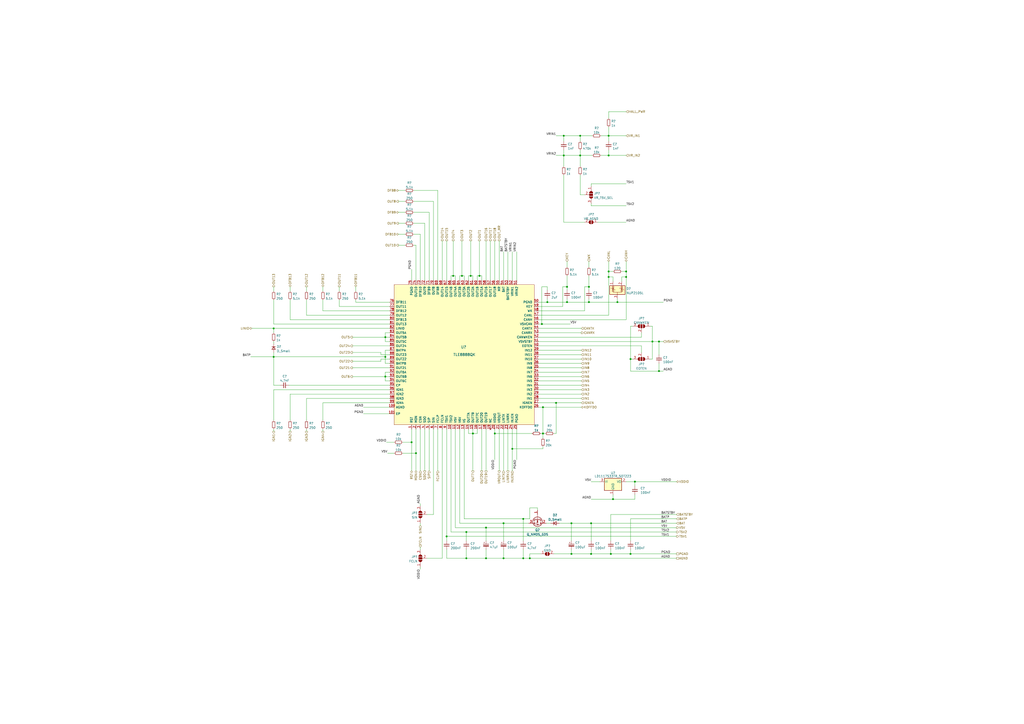
<source format=kicad_sch>
(kicad_sch (version 20211123) (generator eeschema)
  (paper "A2")
  (lib_symbols
    (symbol "Device:C_Polarized_Small" (pin_numbers hide) (pin_names (offset 0.254) hide)
      (property "Reference" "C" (at 0.254 1.778 0))
      (property "Value" "C_Polarized_Small" (at 0.254 -2.032 0))
      (symbol "C_Polarized_Small_0_1"
        (rectangle (start -1.524 -0.3048) (end 1.524 -0.6858) (fill (type outline)))
        (rectangle (start -1.524 0.6858) (end 1.524 0.3048))
        (polyline (pts (xy -1.27 1.524) (xy -0.762 1.524)))
        (polyline (pts (xy -1.016 1.27) (xy -1.016 1.778)))
      )
      (symbol "C_Polarized_Small_1_1"
        (pin passive line (at 0 2.54 270) (length 1.8542) (name "~") (number "1"))
        (pin passive line (at 0 -2.54 90) (length 1.8542) (name "~") (number "2"))
      )
    )
    (symbol "Device:C_Small" (pin_numbers hide) (pin_names (offset 0.254) hide)
      (property "Reference" "C" (at 0.254 1.778 0))
      (property "Value" "C_Small" (at 0.254 -2.032 0))
      (symbol "C_Small_0_1"
        (polyline (pts (xy -1.524 -0.508) (xy 1.524 -0.508)) (stroke (width 0.3302)))
        (polyline (pts (xy -1.524 0.508) (xy 1.524 0.508)) (stroke (width 0.3048)))
      )
      (symbol "C_Small_1_1"
        (pin passive line (at 0 2.54 270) (length 2.032) (name "~") (number "1"))
        (pin passive line (at 0 -2.54 90) (length 2.032) (name "~") (number "2"))
      )
    )
    (symbol "Device:D_Small" (pin_numbers hide) (pin_names (offset 0.254) hide)
      (property "Reference" "D" (at -1.27 2.032 0))
      (property "Value" "D_Small" (at -3.81 -2.032 0))
      (symbol "D_Small_0_1"
        (polyline (pts (xy -0.762 -1.016) (xy -0.762 1.016)) (stroke (width 0.254)))
        (polyline (pts (xy -0.762 0) (xy 0.762 0)))
        (polyline (pts (xy 0.762 -1.016) (xy -0.762 0) (xy 0.762 1.016) (xy 0.762 -1.016)) (stroke (width 0.254)))
      )
      (symbol "D_Small_1_1"
        (pin passive line (at -2.54 0 0) (length 1.778) (name "K") (number "1"))
        (pin passive line (at 2.54 0 180) (length 1.778) (name "A") (number "2"))
      )
    )
    (symbol "Device:Q_NMOS_GDS" (pin_names (offset 0) hide)
      (property "Reference" "Q" (at 5.08 1.27 0))
      (property "Value" "Q_NMOS_GDS" (at 5.08 -1.27 0))
      (symbol "Q_NMOS_GDS_0_1"
        (polyline (pts (xy 0.254 0) (xy -2.54 0)))
        (polyline (pts (xy 0.254 1.905) (xy 0.254 -1.905)) (stroke (width 0.254)))
        (polyline (pts (xy 0.762 -1.27) (xy 0.762 -2.286)) (stroke (width 0.254)))
        (polyline (pts (xy 0.762 0.508) (xy 0.762 -0.508)) (stroke (width 0.254)))
        (polyline (pts (xy 0.762 2.286) (xy 0.762 1.27)) (stroke (width 0.254)))
        (polyline (pts (xy 2.54 2.54) (xy 2.54 1.778)))
        (polyline (pts (xy 2.54 -2.54) (xy 2.54 0) (xy 0.762 0)))
        (polyline (pts (xy 0.762 -1.778) (xy 3.302 -1.778) (xy 3.302 1.778) (xy 0.762 1.778)))
        (polyline (pts (xy 1.016 0) (xy 2.032 0.381) (xy 2.032 -0.381) (xy 1.016 0)) (fill (type outline)))
        (polyline (pts (xy 2.794 0.508) (xy 2.921 0.381) (xy 3.683 0.381) (xy 3.81 0.254)))
        (polyline (pts (xy 3.302 0.381) (xy 2.921 -0.254) (xy 3.683 -0.254) (xy 3.302 0.381)))
        (circle (center 1.651 0) (radius 2.794) (stroke (width 0.254)))
        (circle (center 2.54 -1.778) (radius 0.254) (fill (type outline)))
        (circle (center 2.54 1.778) (radius 0.254) (fill (type outline)))
      )
      (symbol "Q_NMOS_GDS_1_1"
        (pin input line (at -5.08 0 0) (length 2.54) (name "G") (number "1"))
        (pin passive line (at 2.54 5.08 270) (length 2.54) (name "D") (number "2"))
        (pin passive line (at 2.54 -5.08 90) (length 2.54) (name "S") (number "3"))
      )
    )
    (symbol "Device:R_Small" (pin_numbers hide) (pin_names (offset 0.254) hide)
      (property "Reference" "R" (at 0.762 0.508 0))
      (property "Value" "R_Small" (at 0.762 -1.016 0))
      (symbol "R_Small_0_1"
        (rectangle (start -0.762 1.778) (end 0.762 -1.778) (stroke (width 0.2032)))
      )
      (symbol "R_Small_1_1"
        (pin passive line (at 0 2.54 270) (length 0.762) (name "~") (number "1"))
        (pin passive line (at 0 -2.54 90) (length 0.762) (name "~") (number "2"))
      )
    )
    (symbol "Jumper:SolderJumper_2_Open" (pin_names (offset 0) hide)
      (property "Reference" "JP" (at 0 2.032 0))
      (property "Value" "SolderJumper_2_Open" (at 0 -2.54 0))
      (symbol "SolderJumper_2_Open_0_1"
        (arc (start -0.254 1.016) (mid -1.27 0) (end -0.254 -1.016))
        (arc (start -0.254 1.016) (mid -1.27 0) (end -0.254 -1.016) (fill (type outline)))
        (polyline (pts (xy -0.254 1.016) (xy -0.254 -1.016)))
        (polyline (pts (xy 0.254 1.016) (xy 0.254 -1.016)))
        (arc (start 0.254 -1.016) (mid 1.27 0) (end 0.254 1.016))
        (arc (start 0.254 -1.016) (mid 1.27 0) (end 0.254 1.016) (fill (type outline)))
      )
      (symbol "SolderJumper_2_Open_1_1"
        (pin passive line (at -3.81 0 0) (length 2.54) (name "A") (number "1"))
        (pin passive line (at 3.81 0 180) (length 2.54) (name "B") (number "2"))
      )
    )
    (symbol "Jumper:SolderJumper_3_Open" (pin_names (offset 0) hide)
      (property "Reference" "JP" (at -2.54 -2.54 0))
      (property "Value" "SolderJumper_3_Open" (at 0 2.794 0))
      (symbol "SolderJumper_3_Open_0_1"
        (arc (start -1.016 1.016) (mid -2.032 0) (end -1.016 -1.016))
        (arc (start -1.016 1.016) (mid -2.032 0) (end -1.016 -1.016) (fill (type outline)))
        (rectangle (start -0.508 1.016) (end 0.508 -1.016) (fill (type outline)))
        (polyline (pts (xy -2.54 0) (xy -2.032 0)))
        (polyline (pts (xy -1.016 1.016) (xy -1.016 -1.016)))
        (polyline (pts (xy 0 -1.27) (xy 0 -1.016)))
        (polyline (pts (xy 1.016 1.016) (xy 1.016 -1.016)))
        (polyline (pts (xy 2.54 0) (xy 2.032 0)))
        (arc (start 1.016 -1.016) (mid 2.032 0) (end 1.016 1.016))
        (arc (start 1.016 -1.016) (mid 2.032 0) (end 1.016 1.016) (fill (type outline)))
      )
      (symbol "SolderJumper_3_Open_1_1"
        (pin passive line (at -5.08 0 0) (length 2.54) (name "A") (number "1"))
        (pin passive line (at 0 -3.81 90) (length 2.54) (name "C") (number "2"))
        (pin passive line (at 5.08 0 180) (length 2.54) (name "B") (number "3"))
      )
    )
    (symbol "Power_Protection:NUP2105L" (pin_names hide)
      (property "Reference" "D" (at 5.715 2.54 0))
      (property "Value" "NUP2105L" (at 5.715 0.635 0))
      (symbol "NUP2105L_0_0"
        (pin passive line (at 0 -5.08 90) (length 2.54) (name "A") (number "3"))
      )
      (symbol "NUP2105L_0_1"
        (rectangle (start -4.445 2.54) (end 4.445 -2.54) (stroke (width 0.254)) (fill (type background)))
        (polyline (pts (xy -2.54 2.54) (xy -2.54 0.635)))
        (polyline (pts (xy 0 -1.27) (xy 0 -2.54)))
        (polyline (pts (xy 2.54 2.54) (xy 2.54 0.635)))
        (polyline (pts (xy -3.81 1.27) (xy -3.175 0.635) (xy -1.905 0.635) (xy -1.27 0)))
        (polyline (pts (xy -2.54 0.635) (xy -2.54 -1.27) (xy 2.54 -1.27) (xy 2.54 0.635)))
        (polyline (pts (xy -2.54 0.635) (xy -1.905 -0.635) (xy -3.175 -0.635) (xy -2.54 0.635)))
        (polyline (pts (xy 2.54 0.635) (xy 1.905 -0.635) (xy 3.175 -0.635) (xy 2.54 0.635)))
        (polyline (pts (xy 2.54 0.635) (xy 3.175 1.905) (xy 1.905 1.905) (xy 2.54 0.635)))
        (polyline (pts (xy -2.54 0.635) (xy -3.175 1.905) (xy -1.905 1.905) (xy -2.54 0.635) (xy -2.54 1.27)))
        (polyline (pts (xy 1.27 1.27) (xy 1.905 0.635) (xy 2.54 0.635) (xy 3.175 0.635) (xy 3.81 0)))
      )
      (symbol "NUP2105L_1_1"
        (pin passive line (at -2.54 5.08 270) (length 2.54) (name "K") (number "1"))
        (pin passive line (at 2.54 5.08 270) (length 2.54) (name "K") (number "2"))
      )
    )
    (symbol "Regulator_Linear:LD1117S33TR_SOT223" (pin_names (offset 0.254))
      (property "Reference" "U" (at -3.81 3.175 0))
      (property "Value" "LD1117S33TR_SOT223" (at 0 3.175 0))
      (symbol "LD1117S33TR_SOT223_0_1"
        (rectangle (start -5.08 -5.08) (end 5.08 1.905) (stroke (width 0.254)) (fill (type background)))
      )
      (symbol "LD1117S33TR_SOT223_1_1"
        (pin power_in line (at 0 -7.62 90) (length 2.54) (name "GND") (number "1"))
        (pin power_out line (at 7.62 0 180) (length 2.54) (name "VO") (number "2"))
        (pin power_in line (at -7.62 0 0) (length 2.54) (name "VI") (number "3"))
      )
    )
    (symbol "tle8888:TLE8888QK" (pin_names (offset 1.016))
      (property "Reference" "U" (at 0 2.54 0))
      (property "Value" "TLE8888QK" (at 0 -2.54 0))
      (symbol "TLE8888QK_0_1"
        (rectangle (start -40.64 40.64) (end 40.64 -40.64) (fill (type background)))
      )
      (symbol "TLE8888QK_1_1"
        (pin bidirectional line (at -30.48 -43.18 90) (length 2.54) (name "RST") (number "1"))
        (pin power_out line (at -7.62 -43.18 90) (length 2.54) (name "T5V2") (number "10"))
        (pin power_in line (at -43.18 -30.48 0) (length 2.54) (name "AGND") (number "100"))
        (pin power_in line (at -43.18 -34.29 0) (length 2.54) (name "EP") (number "101"))
        (pin power_out line (at -5.08 -43.18 90) (length 2.54) (name "V5V") (number "11"))
        (pin power_in line (at -2.54 -43.18 90) (length 2.54) (name "V6V") (number "12"))
        (pin output line (at 0 -43.18 90) (length 2.54) (name "VG") (number "13"))
        (pin output line (at 2.54 -43.18 90) (length 2.54) (name "OUT7A") (number "14"))
        (pin output line (at 5.08 -43.18 90) (length 2.54) (name "OUT7B") (number "15"))
        (pin output line (at 7.62 -43.18 90) (length 2.54) (name "OUT7C") (number "16"))
        (pin output line (at 10.16 -43.18 90) (length 2.54) (name "OUT20") (number "17"))
        (pin output line (at 12.7 -43.18 90) (length 2.54) (name "OUT19") (number "18"))
        (pin no_connect line (at 15.24 -43.18 90) (length 2.54) (name "NC") (number "19"))
        (pin bidirectional line (at -27.94 -43.18 90) (length 2.54) (name "MON") (number "2"))
        (pin power_in line (at 17.78 -43.18 90) (length 2.54) (name "VDDIO") (number "20"))
        (pin output line (at 20.32 -43.18 90) (length 2.54) (name "VROUT") (number "21"))
        (pin input line (at 22.86 -43.18 90) (length 2.54) (name "LINTX") (number "22"))
        (pin output line (at 25.4 -43.18 90) (length 2.54) (name "LINRX") (number "23"))
        (pin input line (at 27.94 -43.18 90) (length 2.54) (name "INJEN") (number "24"))
        (pin power_in line (at 30.48 -43.18 90) (length 2.54) (name "PGND") (number "25"))
        (pin output line (at 43.18 -30.48 180) (length 2.54) (name "KOFFDO") (number "26"))
        (pin input line (at 43.18 -27.94 180) (length 2.54) (name "IGNEN") (number "27"))
        (pin input line (at 43.18 -25.4 180) (length 2.54) (name "IN1") (number "28"))
        (pin input line (at 43.18 -22.86 180) (length 2.54) (name "IN2") (number "29"))
        (pin input line (at -25.4 -43.18 90) (length 2.54) (name "CSN") (number "3"))
        (pin input line (at 43.18 -20.32 180) (length 2.54) (name "IN3") (number "30"))
        (pin input line (at 43.18 -17.78 180) (length 2.54) (name "IN4") (number "31"))
        (pin input line (at 43.18 -15.24 180) (length 2.54) (name "IN5") (number "32"))
        (pin input line (at 43.18 -12.7 180) (length 2.54) (name "IN6") (number "33"))
        (pin input line (at 43.18 -10.16 180) (length 2.54) (name "IN7") (number "34"))
        (pin input line (at 43.18 -7.62 180) (length 2.54) (name "IN8") (number "35"))
        (pin input line (at 43.18 -5.08 180) (length 2.54) (name "IN9") (number "36"))
        (pin input line (at 43.18 -2.54 180) (length 2.54) (name "IN10") (number "37"))
        (pin input line (at 43.18 0 180) (length 2.54) (name "IN11") (number "38"))
        (pin input line (at 43.18 2.54 180) (length 2.54) (name "IN12") (number "39"))
        (pin output line (at -22.86 -43.18 90) (length 2.54) (name "SDO") (number "4"))
        (pin input line (at 43.18 5.08 180) (length 2.54) (name "EOTEN") (number "40"))
        (pin power_out line (at 43.18 7.62 180) (length 2.54) (name "V5VSTBY") (number "41"))
        (pin input line (at 43.18 10.16 180) (length 2.54) (name "CANWKEN") (number "42"))
        (pin output line (at 43.18 12.7 180) (length 2.54) (name "CANRX") (number "43"))
        (pin input line (at 43.18 15.24 180) (length 2.54) (name "CANTX") (number "44"))
        (pin power_in line (at 43.18 17.78 180) (length 2.54) (name "V5VCAN") (number "45"))
        (pin bidirectional line (at 43.18 20.32 180) (length 2.54) (name "CANH") (number "46"))
        (pin bidirectional line (at 43.18 22.86 180) (length 2.54) (name "CANL") (number "47"))
        (pin input line (at 43.18 25.4 180) (length 2.54) (name "WK") (number "48"))
        (pin input line (at 43.18 27.94 180) (length 2.54) (name "KEY") (number "49"))
        (pin input line (at -20.32 -43.18 90) (length 2.54) (name "SIP") (number "5"))
        (pin power_in line (at 43.18 30.48 180) (length 2.54) (name "PGND") (number "50"))
        (pin input line (at 30.48 43.18 270) (length 2.54) (name "VRIN2") (number "51"))
        (pin input line (at 27.94 43.18 270) (length 2.54) (name "VRIN1") (number "52"))
        (pin power_in line (at 25.4 43.18 270) (length 2.54) (name "BATSTBY") (number "53"))
        (pin power_in line (at 22.86 43.18 270) (length 2.54) (name "BAT") (number "54"))
        (pin output line (at 20.32 43.18 270) (length 2.54) (name "MR") (number "55"))
        (pin output line (at 17.78 43.18 270) (length 2.54) (name "OUT18") (number "56"))
        (pin output line (at 15.24 43.18 270) (length 2.54) (name "OUT17") (number "57"))
        (pin output line (at 12.7 43.18 270) (length 2.54) (name "OUT16") (number "58"))
        (pin output line (at 10.16 43.18 270) (length 2.54) (name "OUT1A") (number "59"))
        (pin input line (at -17.78 -43.18 90) (length 2.54) (name "SIN") (number "6"))
        (pin output line (at 7.62 43.18 270) (length 2.54) (name "OUT1B") (number "60"))
        (pin output line (at 5.08 43.18 270) (length 2.54) (name "OUT2A") (number "61"))
        (pin output line (at 2.54 43.18 270) (length 2.54) (name "OUT2B") (number "62"))
        (pin output line (at 0 43.18 270) (length 2.54) (name "OUT3A") (number "63"))
        (pin output line (at -2.54 43.18 270) (length 2.54) (name "OUT3B") (number "64"))
        (pin output line (at -5.08 43.18 270) (length 2.54) (name "OUT4A") (number "65"))
        (pin output line (at -7.62 43.18 270) (length 2.54) (name "OUT4B") (number "66"))
        (pin output line (at -10.16 43.18 270) (length 2.54) (name "OUT15") (number "67"))
        (pin output line (at -12.7 43.18 270) (length 2.54) (name "OUT14") (number "68"))
        (pin input line (at -15.24 43.18 270) (length 2.54) (name "DFB8") (number "69"))
        (pin input line (at -15.24 -43.18 90) (length 2.54) (name "FCLP") (number "7"))
        (pin output line (at -17.78 43.18 270) (length 2.54) (name "OUT8") (number "70"))
        (pin input line (at -20.32 43.18 270) (length 2.54) (name "DFB9") (number "71"))
        (pin output line (at -22.86 43.18 270) (length 2.54) (name "OUT9") (number "72"))
        (pin input line (at -25.4 43.18 270) (length 2.54) (name "DFB10") (number "73"))
        (pin output line (at -27.94 43.18 270) (length 2.54) (name "OUT10") (number "74"))
        (pin power_in line (at -30.48 43.18 270) (length 2.54) (name "PGND") (number "75"))
        (pin input line (at -43.18 30.48 0) (length 2.54) (name "DFB11") (number "76"))
        (pin output line (at -43.18 27.94 0) (length 2.54) (name "OUT11") (number "77"))
        (pin input line (at -43.18 25.4 0) (length 2.54) (name "DFB12") (number "78"))
        (pin output line (at -43.18 22.86 0) (length 2.54) (name "OUT12") (number "79"))
        (pin input line (at -12.7 -43.18 90) (length 2.54) (name "FCLN") (number "8"))
        (pin input line (at -43.18 20.32 0) (length 2.54) (name "DFB13") (number "80"))
        (pin output line (at -43.18 17.78 0) (length 2.54) (name "OUT13") (number "81"))
        (pin bidirectional line (at -43.18 15.24 0) (length 2.54) (name "LINIO") (number "82"))
        (pin output line (at -43.18 12.7 0) (length 2.54) (name "OUT5A") (number "83"))
        (pin output line (at -43.18 10.16 0) (length 2.54) (name "OUT5B") (number "84"))
        (pin output line (at -43.18 7.62 0) (length 2.54) (name "OUT5C") (number "85"))
        (pin output line (at -43.18 5.08 0) (length 2.54) (name "OUT24") (number "86"))
        (pin power_in line (at -43.18 2.54 0) (length 2.54) (name "BATPA") (number "87"))
        (pin output line (at -43.18 0 0) (length 2.54) (name "OUT23") (number "88"))
        (pin output line (at -43.18 -2.54 0) (length 2.54) (name "OUT22") (number "89"))
        (pin power_out line (at -10.16 -43.18 90) (length 2.54) (name "T5V1") (number "9"))
        (pin power_in line (at -43.18 -5.08 0) (length 2.54) (name "BATPB") (number "90"))
        (pin output line (at -43.18 -7.62 0) (length 2.54) (name "OUT21") (number "91"))
        (pin output line (at -43.18 -10.16 0) (length 2.54) (name "OUT6A") (number "92"))
        (pin output line (at -43.18 -12.7 0) (length 2.54) (name "OUT6B") (number "93"))
        (pin output line (at -43.18 -15.24 0) (length 2.54) (name "OUT6C") (number "94"))
        (pin output line (at -43.18 -17.78 0) (length 2.54) (name "CP") (number "95"))
        (pin output line (at -43.18 -20.32 0) (length 2.54) (name "IGN1") (number "96"))
        (pin output line (at -43.18 -22.86 0) (length 2.54) (name "IGN2") (number "97"))
        (pin output line (at -43.18 -25.4 0) (length 2.54) (name "IGN3") (number "98"))
        (pin output line (at -43.18 -27.94 0) (length 2.54) (name "IGN4") (number "99"))
      )
    )
  )
  (junction (at 331.47 321.31))
  (junction (at 382.27 198.12))
  (junction (at 328.93 166.37))
  (junction (at 354.33 321.31))
  (junction (at 303.53 323.85))
  (junction (at 259.08 311.15))
  (junction (at 267.97 160.02))
  (junction (at 382.27 215.265))
  (junction (at 238.76 256.54))
  (junction (at 317.5 175.26))
  (junction (at 363.22 160.655))
  (junction (at 355.6 289.56))
  (junction (at 341.63 166.37))
  (junction (at 262.89 160.02))
  (junction (at 358.14 175.26))
  (junction (at 223.52 218.44))
  (junction (at 368.3 279.4))
  (junction (at 287.02 251.46))
  (junction (at 327.025 90.17))
  (junction (at 365.76 321.31))
  (junction (at 342.9 303.53))
  (junction (at 328.93 175.26))
  (junction (at 378.46 198.12))
  (junction (at 336.55 90.17))
  (junction (at 223.52 195.58))
  (junction (at 342.9 321.31))
  (junction (at 273.05 160.02))
  (junction (at 314.325 187.96))
  (junction (at 223.52 207.01))
  (junction (at 281.94 323.85))
  (junction (at 270.51 308.61))
  (junction (at 281.94 306.07))
  (junction (at 327.025 78.74))
  (junction (at 336.55 78.74))
  (junction (at 303.53 300.99))
  (junction (at 353.06 160.655))
  (junction (at 353.06 157.48))
  (junction (at 270.51 323.85))
  (junction (at 365.76 208.28))
  (junction (at 241.3 262.89))
  (junction (at 274.32 251.46))
  (junction (at 158.75 207.01))
  (junction (at 363.22 157.48))
  (junction (at 314.96 236.22))
  (junction (at 278.13 160.02))
  (junction (at 331.47 303.53))
  (junction (at 314.96 251.46))
  (junction (at 322.58 233.68))
  (junction (at 353.06 90.17))
  (junction (at 341.63 175.26))
  (junction (at 297.18 260.35))
  (junction (at 292.1 303.53))
  (junction (at 307.34 323.85))
  (junction (at 292.1 323.85))
  (junction (at 158.75 190.5))
  (junction (at 353.06 78.74))
  (wire (pts (xy 355.6 160.655) (xy 355.6 163.195)))
  (wire (pts (xy 269.24 160.02) (xy 269.24 162.56)))
  (wire (pts (xy 158.75 190.5) (xy 226.06 190.5)))
  (wire (pts (xy 158.75 198.12) (xy 158.75 199.39)))
  (wire (pts (xy 384.81 175.26) (xy 358.14 175.26)))
  (wire (pts (xy 327.025 78.74) (xy 327.025 81.915)))
  (wire (pts (xy 341.63 160.02) (xy 341.63 166.37)))
  (wire (pts (xy 353.06 182.88) (xy 353.06 160.655)))
  (wire (pts (xy 367.03 189.23) (xy 365.76 189.23)))
  (wire (pts (xy 158.75 207.01) (xy 223.52 207.01)))
  (wire (pts (xy 358.14 173.355) (xy 358.14 175.26)))
  (wire (pts (xy 270.51 318.77) (xy 270.51 323.85)))
  (wire (pts (xy 314.96 251.46) (xy 316.23 251.46)))
  (wire (pts (xy 311.785 294.64) (xy 311.785 295.91)))
  (wire (pts (xy 327.025 90.17) (xy 327.025 96.52)))
  (wire (pts (xy 240.03 129.54) (xy 246.38 129.54)))
  (wire (pts (xy 226.06 208.28) (xy 220.98 208.28)))
  (wire (pts (xy 251.46 248.92) (xy 251.46 298.45)))
  (wire (pts (xy 312.42 233.68) (xy 322.58 233.68)))
  (wire (pts (xy 378.46 189.23) (xy 377.19 189.23)))
  (wire (pts (xy 312.42 223.52) (xy 337.185 223.52)))
  (wire (pts (xy 331.47 313.69) (xy 331.47 303.53)))
  (wire (pts (xy 276.86 251.46) (xy 276.86 248.92)))
  (wire (pts (xy 281.94 306.07) (xy 392.43 306.07)))
  (wire (pts (xy 328.93 175.26) (xy 317.5 175.26)))
  (wire (pts (xy 363.22 64.77) (xy 353.06 64.77)))
  (wire (pts (xy 261.62 248.92) (xy 261.62 308.61)))
  (wire (pts (xy 162.56 223.52) (xy 158.75 223.52)))
  (wire (pts (xy 307.34 300.99) (xy 303.53 300.99)))
  (wire (pts (xy 196.85 173.99) (xy 196.85 177.8)))
  (wire (pts (xy 365.76 321.31) (xy 365.76 318.77)))
  (wire (pts (xy 264.16 248.92) (xy 264.16 306.07)))
  (wire (pts (xy 187.325 248.92) (xy 187.325 250.19)))
  (wire (pts (xy 158.75 166.37) (xy 158.75 168.91)))
  (wire (pts (xy 392.43 321.31) (xy 365.76 321.31)))
  (wire (pts (xy 281.94 306.07) (xy 281.94 313.69)))
  (wire (pts (xy 276.86 162.56) (xy 276.86 160.02)))
  (wire (pts (xy 353.06 64.77) (xy 353.06 68.58)))
  (wire (pts (xy 204.47 195.58) (xy 223.52 195.58)))
  (wire (pts (xy 220.98 204.47) (xy 204.47 204.47)))
  (wire (pts (xy 312.42 208.28) (xy 337.185 208.28)))
  (wire (pts (xy 328.93 160.02) (xy 328.93 166.37)))
  (wire (pts (xy 226.06 215.9) (xy 223.52 215.9)))
  (wire (pts (xy 343.535 90.17) (xy 336.55 90.17)))
  (wire (pts (xy 241.3 262.89) (xy 241.3 273.05)))
  (wire (pts (xy 241.3 142.24) (xy 241.3 162.56)))
  (wire (pts (xy 274.32 251.46) (xy 276.86 251.46)))
  (wire (pts (xy 314.96 251.46) (xy 314.96 236.22)))
  (wire (pts (xy 363.22 160.655) (xy 360.68 160.655)))
  (wire (pts (xy 231.14 110.49) (xy 234.95 110.49)))
  (wire (pts (xy 240.03 110.49) (xy 254 110.49)))
  (wire (pts (xy 292.1 323.85) (xy 281.94 323.85)))
  (wire (pts (xy 256.54 139.7) (xy 256.54 162.56)))
  (wire (pts (xy 365.76 208.28) (xy 367.03 208.28)))
  (wire (pts (xy 342.9 318.77) (xy 342.9 321.31)))
  (wire (pts (xy 339.09 166.37) (xy 339.09 180.34)))
  (wire (pts (xy 243.84 292.1) (xy 243.84 293.37)))
  (wire (pts (xy 281.94 248.92) (xy 281.94 273.05)))
  (wire (pts (xy 243.84 328.93) (xy 243.84 330.2)))
  (wire (pts (xy 177.8 231.14) (xy 177.8 243.84)))
  (wire (pts (xy 341.63 166.37) (xy 339.09 166.37)))
  (wire (pts (xy 312.42 205.74) (xy 337.185 205.74)))
  (wire (pts (xy 336.55 78.74) (xy 336.55 81.915)))
  (wire (pts (xy 262.89 139.7) (xy 262.89 160.02)))
  (wire (pts (xy 312.42 182.88) (xy 353.06 182.88)))
  (wire (pts (xy 312.42 228.6) (xy 337.185 228.6)))
  (wire (pts (xy 312.42 226.06) (xy 337.185 226.06)))
  (wire (pts (xy 363.22 151.765) (xy 363.22 157.48)))
  (wire (pts (xy 158.75 173.99) (xy 158.75 187.96)))
  (wire (pts (xy 360.68 160.655) (xy 360.68 163.195)))
  (wire (pts (xy 187.325 180.34) (xy 226.06 180.34)))
  (wire (pts (xy 271.78 160.02) (xy 273.05 160.02)))
  (wire (pts (xy 392.43 298.45) (xy 354.33 298.45)))
  (wire (pts (xy 220.98 205.74) (xy 220.98 204.47)))
  (wire (pts (xy 317.5 175.26) (xy 312.42 175.26)))
  (wire (pts (xy 353.06 151.765) (xy 353.06 157.48)))
  (wire (pts (xy 279.4 160.02) (xy 279.4 162.56)))
  (wire (pts (xy 341.63 168.275) (xy 341.63 166.37)))
  (wire (pts (xy 365.76 215.265) (xy 382.27 215.265)))
  (wire (pts (xy 259.08 139.7) (xy 259.08 162.56)))
  (wire (pts (xy 158.75 204.47) (xy 158.75 207.01)))
  (wire (pts (xy 312.42 218.44) (xy 337.185 218.44)))
  (wire (pts (xy 261.62 162.56) (xy 261.62 160.02)))
  (wire (pts (xy 316.865 303.53) (xy 319.405 303.53)))
  (wire (pts (xy 299.72 248.92) (xy 299.72 266.7)))
  (wire (pts (xy 231.14 129.54) (xy 234.95 129.54)))
  (wire (pts (xy 365.76 300.99) (xy 392.43 300.99)))
  (wire (pts (xy 233.68 256.54) (xy 238.76 256.54)))
  (wire (pts (xy 231.14 116.84) (xy 234.95 116.84)))
  (wire (pts (xy 266.7 303.53) (xy 292.1 303.53)))
  (wire (pts (xy 226.06 210.82) (xy 223.52 210.82)))
  (wire (pts (xy 331.47 321.31) (xy 342.9 321.31)))
  (wire (pts (xy 220.98 209.55) (xy 204.47 209.55)))
  (wire (pts (xy 206.375 175.26) (xy 206.375 173.99)))
  (wire (pts (xy 264.16 160.02) (xy 264.16 162.56)))
  (wire (pts (xy 243.84 248.92) (xy 243.84 273.05)))
  (wire (pts (xy 365.76 189.23) (xy 365.76 208.28)))
  (wire (pts (xy 303.53 323.85) (xy 292.1 323.85)))
  (wire (pts (xy 220.98 208.28) (xy 220.98 209.55)))
  (wire (pts (xy 158.75 226.06) (xy 158.75 243.84)))
  (wire (pts (xy 259.08 311.15) (xy 392.43 311.15)))
  (wire (pts (xy 226.06 175.26) (xy 206.375 175.26)))
  (wire (pts (xy 168.275 166.37) (xy 168.275 168.91)))
  (wire (pts (xy 261.62 308.61) (xy 270.51 308.61)))
  (wire (pts (xy 158.75 248.92) (xy 158.75 250.19)))
  (wire (pts (xy 287.02 139.7) (xy 287.02 162.56)))
  (wire (pts (xy 372.11 193.04) (xy 372.11 195.58)))
  (wire (pts (xy 269.24 248.92) (xy 269.24 300.99)))
  (wire (pts (xy 377.19 208.28) (xy 378.46 208.28)))
  (wire (pts (xy 365.76 313.69) (xy 365.76 300.99)))
  (wire (pts (xy 274.32 273.05) (xy 274.32 251.46)))
  (wire (pts (xy 226.06 231.14) (xy 177.8 231.14)))
  (wire (pts (xy 326.39 177.8) (xy 312.42 177.8)))
  (wire (pts (xy 353.06 90.17) (xy 348.615 90.17)))
  (wire (pts (xy 317.5 175.26) (xy 317.5 173.355)))
  (wire (pts (xy 312.42 185.42) (xy 363.22 185.42)))
  (wire (pts (xy 342.9 279.4) (xy 347.98 279.4)))
  (wire (pts (xy 262.89 160.02) (xy 264.16 160.02)))
  (wire (pts (xy 342.9 313.69) (xy 342.9 303.53)))
  (wire (pts (xy 336.55 78.74) (xy 327.025 78.74)))
  (wire (pts (xy 231.14 123.19) (xy 234.95 123.19)))
  (wire (pts (xy 322.58 233.68) (xy 337.185 233.68)))
  (wire (pts (xy 342.9 119.38) (xy 342.9 118.11)))
  (wire (pts (xy 312.42 236.22) (xy 314.96 236.22)))
  (wire (pts (xy 365.76 208.28) (xy 365.76 215.265)))
  (wire (pts (xy 368.3 287.02) (xy 368.3 289.56)))
  (wire (pts (xy 187.325 173.99) (xy 187.325 180.34)))
  (wire (pts (xy 307.34 294.64) (xy 307.34 300.99)))
  (wire (pts (xy 336.55 113.03) (xy 339.09 113.03)))
  (wire (pts (xy 353.06 73.66) (xy 353.06 78.74)))
  (wire (pts (xy 279.4 248.92) (xy 279.4 273.05)))
  (wire (pts (xy 210.82 236.22) (xy 226.06 236.22)))
  (wire (pts (xy 342.9 303.53) (xy 392.43 303.53)))
  (wire (pts (xy 382.27 198.12) (xy 384.81 198.12)))
  (wire (pts (xy 363.22 128.905) (xy 346.71 128.905)))
  (wire (pts (xy 274.32 248.92) (xy 274.32 251.46)))
  (wire (pts (xy 339.09 180.34) (xy 312.42 180.34)))
  (wire (pts (xy 328.93 151.765) (xy 328.93 154.94)))
  (wire (pts (xy 187.325 166.37) (xy 187.325 168.91)))
  (wire (pts (xy 281.94 139.7) (xy 281.94 162.56)))
  (wire (pts (xy 187.325 233.68) (xy 226.06 233.68)))
  (wire (pts (xy 292.1 248.92) (xy 292.1 273.05)))
  (wire (pts (xy 259.08 311.15) (xy 259.08 313.69)))
  (wire (pts (xy 224.79 262.89) (xy 228.6 262.89)))
  (wire (pts (xy 226.06 193.04) (xy 223.52 193.04)))
  (wire (pts (xy 267.97 160.02) (xy 269.24 160.02)))
  (wire (pts (xy 254 110.49) (xy 254 162.56)))
  (wire (pts (xy 240.03 142.24) (xy 241.3 142.24)))
  (wire (pts (xy 177.8 248.92) (xy 177.8 250.19)))
  (wire (pts (xy 223.52 220.98) (xy 226.06 220.98)))
  (wire (pts (xy 314.325 166.37) (xy 314.325 187.96)))
  (wire (pts (xy 287.02 251.46) (xy 308.61 251.46)))
  (wire (pts (xy 278.13 160.02) (xy 279.4 160.02)))
  (wire (pts (xy 368.3 279.4) (xy 363.22 279.4)))
  (wire (pts (xy 336.55 90.17) (xy 336.55 96.52)))
  (wire (pts (xy 266.7 248.92) (xy 266.7 303.53)))
  (wire (pts (xy 328.93 168.275) (xy 328.93 166.37)))
  (wire (pts (xy 382.27 210.82) (xy 382.27 215.265)))
  (wire (pts (xy 240.03 135.89) (xy 243.84 135.89)))
  (wire (pts (xy 314.96 236.22) (xy 337.185 236.22)))
  (wire (pts (xy 246.38 248.92) (xy 246.38 273.05)))
  (wire (pts (xy 270.51 323.85) (xy 259.08 323.85)))
  (wire (pts (xy 355.6 289.56) (xy 355.6 287.02)))
  (wire (pts (xy 363.22 157.48) (xy 363.22 160.655)))
  (wire (pts (xy 248.92 248.92) (xy 248.92 273.05)))
  (wire (pts (xy 247.65 323.85) (xy 256.54 323.85)))
  (wire (pts (xy 243.84 303.53) (xy 243.84 304.8)))
  (wire (pts (xy 312.42 210.82) (xy 337.185 210.82)))
  (wire (pts (xy 243.84 317.5) (xy 243.84 318.77)))
  (wire (pts (xy 276.86 160.02) (xy 278.13 160.02)))
  (wire (pts (xy 177.8 182.88) (xy 177.8 173.99)))
  (wire (pts (xy 223.52 203.2) (xy 223.52 207.01)))
  (wire (pts (xy 256.54 323.85) (xy 256.54 248.92)))
  (wire (pts (xy 238.76 256.54) (xy 238.76 273.05)))
  (wire (pts (xy 223.52 203.2) (xy 226.06 203.2)))
  (wire (pts (xy 271.78 248.92) (xy 271.78 251.46)))
  (wire (pts (xy 281.94 318.77) (xy 281.94 323.85)))
  (wire (pts (xy 223.52 198.12) (xy 226.06 198.12)))
  (wire (pts (xy 363.22 185.42) (xy 363.22 160.655)))
  (wire (pts (xy 158.75 187.96) (xy 226.06 187.96)))
  (wire (pts (xy 353.06 160.655) (xy 355.6 160.655)))
  (wire (pts (xy 273.05 139.7) (xy 273.05 160.02)))
  (wire (pts (xy 243.84 135.89) (xy 243.84 162.56)))
  (wire (pts (xy 331.47 303.53) (xy 324.485 303.53)))
  (wire (pts (xy 321.31 321.31) (xy 331.47 321.31)))
  (wire (pts (xy 314.96 259.08) (xy 314.96 260.35)))
  (wire (pts (xy 254 248.92) (xy 254 273.05)))
  (wire (pts (xy 210.82 240.03) (xy 226.06 240.03)))
  (wire (pts (xy 281.94 323.85) (xy 270.51 323.85)))
  (wire (pts (xy 312.42 215.9) (xy 337.185 215.9)))
  (wire (pts (xy 273.05 160.02) (xy 274.32 160.02)))
  (wire (pts (xy 204.47 213.36) (xy 226.06 213.36)))
  (wire (pts (xy 226.06 226.06) (xy 158.75 226.06)))
  (wire (pts (xy 297.18 248.92) (xy 297.18 260.35)))
  (wire (pts (xy 363.22 90.17) (xy 353.06 90.17)))
  (wire (pts (xy 274.32 160.02) (xy 274.32 162.56)))
  (wire (pts (xy 284.48 139.7) (xy 284.48 162.56)))
  (wire (pts (xy 247.65 298.45) (xy 251.46 298.45)))
  (wire (pts (xy 341.63 175.26) (xy 328.93 175.26)))
  (wire (pts (xy 328.93 166.37) (xy 326.39 166.37)))
  (wire (pts (xy 297.18 146.05) (xy 297.18 162.56)))
  (wire (pts (xy 303.53 318.77) (xy 303.53 323.85)))
  (wire (pts (xy 342.9 289.56) (xy 355.6 289.56)))
  (wire (pts (xy 331.47 318.77) (xy 331.47 321.31)))
  (wire (pts (xy 226.06 228.6) (xy 168.275 228.6)))
  (wire (pts (xy 266.7 162.56) (xy 266.7 160.02)))
  (wire (pts (xy 223.52 218.44) (xy 223.52 220.98)))
  (wire (pts (xy 336.55 90.17) (xy 327.025 90.17)))
  (wire (pts (xy 251.46 116.84) (xy 251.46 162.56)))
  (wire (pts (xy 372.11 200.66) (xy 372.11 204.47)))
  (wire (pts (xy 145.415 207.01) (xy 158.75 207.01)))
  (wire (pts (xy 314.325 187.96) (xy 330.835 187.96)))
  (wire (pts (xy 264.16 306.07) (xy 281.94 306.07)))
  (wire (pts (xy 292.1 303.53) (xy 306.705 303.53)))
  (wire (pts (xy 271.78 251.46) (xy 274.32 251.46)))
  (wire (pts (xy 313.69 321.31) (xy 307.34 321.31)))
  (wire (pts (xy 289.56 139.7) (xy 289.56 162.56)))
  (wire (pts (xy 313.69 251.46) (xy 314.96 251.46)))
  (wire (pts (xy 336.55 86.995) (xy 336.55 90.17)))
  (wire (pts (xy 311.785 294.64) (xy 307.34 294.64)))
  (wire (pts (xy 271.78 162.56) (xy 271.78 160.02)))
  (wire (pts (xy 168.275 248.92) (xy 168.275 250.19)))
  (wire (pts (xy 303.53 323.85) (xy 307.34 323.85)))
  (wire (pts (xy 278.13 139.7) (xy 278.13 160.02)))
  (wire (pts (xy 322.58 233.68) (xy 322.58 251.46)))
  (wire (pts (xy 343.535 78.74) (xy 336.55 78.74)))
  (wire (pts (xy 312.42 220.98) (xy 337.185 220.98)))
  (wire (pts (xy 270.51 308.61) (xy 392.43 308.61)))
  (wire (pts (xy 226.06 185.42) (xy 168.275 185.42)))
  (wire (pts (xy 327.025 86.995) (xy 327.025 90.17)))
  (wire (pts (xy 378.46 198.12) (xy 378.46 208.28)))
  (wire (pts (xy 292.1 146.05) (xy 292.1 162.56)))
  (wire (pts (xy 238.76 156.21) (xy 238.76 162.56)))
  (wire (pts (xy 168.275 185.42) (xy 168.275 173.99)))
  (wire (pts (xy 368.3 289.56) (xy 355.6 289.56)))
  (wire (pts (xy 226.06 218.44) (xy 223.52 218.44)))
  (wire (pts (xy 303.53 300.99) (xy 303.53 313.69)))
  (wire (pts (xy 312.42 203.2) (xy 337.185 203.2)))
  (wire (pts (xy 322.58 90.17) (xy 327.025 90.17)))
  (wire (pts (xy 167.64 223.52) (xy 226.06 223.52)))
  (wire (pts (xy 196.85 177.8) (xy 226.06 177.8)))
  (wire (pts (xy 269.24 300.99) (xy 303.53 300.99)))
  (wire (pts (xy 353.06 78.74) (xy 353.06 81.915)))
  (wire (pts (xy 327.025 128.905) (xy 339.09 128.905)))
  (wire (pts (xy 354.33 318.77) (xy 354.33 321.31)))
  (wire (pts (xy 341.63 151.765) (xy 341.63 154.94)))
  (wire (pts (xy 238.76 256.54) (xy 238.76 248.92)))
  (wire (pts (xy 266.7 160.02) (xy 267.97 160.02)))
  (wire (pts (xy 353.06 78.74) (xy 348.615 78.74)))
  (wire (pts (xy 363.22 78.74) (xy 353.06 78.74)))
  (wire (pts (xy 358.14 175.26) (xy 341.63 175.26)))
  (wire (pts (xy 328.93 173.355) (xy 328.93 175.26)))
  (wire (pts (xy 307.34 323.85) (xy 392.43 323.85)))
  (wire (pts (xy 317.5 166.37) (xy 314.325 166.37)))
  (wire (pts (xy 378.46 198.12) (xy 378.46 189.23)))
  (wire (pts (xy 297.18 260.35) (xy 314.96 260.35)))
  (wire (pts (xy 326.39 166.37) (xy 326.39 177.8)))
  (wire (pts (xy 327.025 101.6) (xy 327.025 128.905)))
  (wire (pts (xy 317.5 168.275) (xy 317.5 166.37)))
  (wire (pts (xy 312.42 200.66) (xy 372.11 200.66)))
  (wire (pts (xy 342.9 321.31) (xy 354.33 321.31)))
  (wire (pts (xy 354.33 321.31) (xy 365.76 321.31)))
  (wire (pts (xy 187.325 243.84) (xy 187.325 233.68)))
  (wire (pts (xy 292.1 303.53) (xy 292.1 313.69)))
  (wire (pts (xy 378.46 198.12) (xy 382.27 198.12)))
  (wire (pts (xy 353.06 157.48) (xy 353.06 160.655)))
  (wire (pts (xy 363.22 106.68) (xy 342.9 106.68)))
  (wire (pts (xy 294.64 146.05) (xy 294.64 162.56)))
  (wire (pts (xy 336.55 101.6) (xy 336.55 113.03)))
  (wire (pts (xy 312.42 231.14) (xy 337.185 231.14)))
  (wire (pts (xy 196.85 166.37) (xy 196.85 168.91)))
  (wire (pts (xy 287.02 251.46) (xy 287.02 266.7)))
  (wire (pts (xy 248.92 123.19) (xy 248.92 162.56)))
  (wire (pts (xy 224.155 256.54) (xy 228.6 256.54)))
  (wire (pts (xy 382.27 198.12) (xy 382.27 205.74)))
  (wire (pts (xy 223.52 215.9) (xy 223.52 218.44)))
  (wire (pts (xy 382.27 215.265) (xy 384.81 215.265)))
  (wire (pts (xy 321.31 251.46) (xy 322.58 251.46)))
  (wire (pts (xy 341.63 173.355) (xy 341.63 175.26)))
  (wire (pts (xy 231.14 142.24) (xy 234.95 142.24)))
  (wire (pts (xy 294.64 248.92) (xy 294.64 273.05)))
  (wire (pts (xy 240.03 123.19) (xy 248.92 123.19)))
  (wire (pts (xy 259.08 318.77) (xy 259.08 323.85)))
  (wire (pts (xy 240.03 116.84) (xy 251.46 116.84)))
  (wire (pts (xy 261.62 160.02) (xy 262.89 160.02)))
  (wire (pts (xy 233.68 262.89) (xy 241.3 262.89)))
  (wire (pts (xy 368.3 279.4) (xy 392.43 279.4)))
  (wire (pts (xy 312.42 190.5) (xy 337.185 190.5)))
  (wire (pts (xy 314.96 251.46) (xy 314.96 254)))
  (wire (pts (xy 299.72 146.05) (xy 299.72 162.56)))
  (wire (pts (xy 297.18 260.35) (xy 297.18 273.05)))
  (wire (pts (xy 372.11 195.58) (xy 312.42 195.58)))
  (wire (pts (xy 226.06 195.58) (xy 223.52 195.58)))
  (wire (pts (xy 360.68 157.48) (xy 363.22 157.48)))
  (wire (pts (xy 287.02 248.92) (xy 287.02 251.46)))
  (wire (pts (xy 223.52 193.04) (xy 223.52 195.58)))
  (wire (pts (xy 342.9 106.68) (xy 342.9 107.95)))
  (wire (pts (xy 292.1 318.77) (xy 292.1 323.85)))
  (wire (pts (xy 158.75 190.5) (xy 158.75 193.04)))
  (wire (pts (xy 312.42 187.96) (xy 314.325 187.96)))
  (wire (pts (xy 259.08 248.92) (xy 259.08 311.15)))
  (wire (pts (xy 331.47 303.53) (xy 342.9 303.53)))
  (wire (pts (xy 363.22 119.38) (xy 342.9 119.38)))
  (wire (pts (xy 246.38 129.54) (xy 246.38 162.56)))
  (wire (pts (xy 158.75 207.01) (xy 158.75 223.52)))
  (wire (pts (xy 270.51 308.61) (xy 270.51 313.69)))
  (wire (pts (xy 226.06 182.88) (xy 177.8 182.88)))
  (wire (pts (xy 267.97 139.7) (xy 267.97 160.02)))
  (wire (pts (xy 353.06 86.995) (xy 353.06 90.17)))
  (wire (pts (xy 168.275 228.6) (xy 168.275 243.84)))
  (wire (pts (xy 231.14 135.89) (xy 234.95 135.89)))
  (wire (pts (xy 312.42 198.12) (xy 378.46 198.12)))
  (wire (pts (xy 307.34 321.31) (xy 307.34 323.85)))
  (wire (pts (xy 368.3 281.94) (xy 368.3 279.4)))
  (wire (pts (xy 146.05 190.5) (xy 158.75 190.5)))
  (wire (pts (xy 223.52 207.01) (xy 223.52 210.82)))
  (wire (pts (xy 312.42 213.36) (xy 337.185 213.36)))
  (wire (pts (xy 204.47 200.66) (xy 226.06 200.66)))
  (wire (pts (xy 327.025 78.74) (xy 322.58 78.74)))
  (wire (pts (xy 177.8 166.37) (xy 177.8 168.91)))
  (wire (pts (xy 204.47 218.44) (xy 223.52 218.44)))
  (wire (pts (xy 355.6 157.48) (xy 353.06 157.48)))
  (wire (pts (xy 226.06 205.74) (xy 220.98 205.74)))
  (wire (pts (xy 223.52 195.58) (xy 223.52 198.12)))
  (wire (pts (xy 206.375 166.37) (xy 206.375 168.91)))
  (wire (pts (xy 241.3 262.89) (xy 241.3 248.92)))
  (wire (pts (xy 312.42 193.04) (xy 337.185 193.04)))
  (wire (pts (xy 354.33 298.45) (xy 354.33 313.69)))
  (wire (pts (xy 289.56 248.92) (xy 289.56 273.05)))
  (label "PGND" (at 238.76 156.21 90))
  (label "V5V" (at 342.9 279.4 180))
  (label "BAT" (at 383.54 303.53 0))
  (label "VRIN2" (at 299.72 146.05 90))
  (label "V5V" (at 383.54 306.07 0))
  (label "AGND" (at 363.22 128.905 0))
  (label "V5V" (at 330.835 187.96 0))
  (label "PGND" (at 299.72 266.7 270))
  (label "VDDIO" (at 243.84 330.2 270))
  (label "AGND" (at 210.82 236.22 180))
  (label "AGND" (at 243.84 292.1 90))
  (label "AGND" (at 383.54 323.85 0))
  (label "VRIN1" (at 322.58 78.74 180))
  (label "T5V1" (at 383.54 311.15 0))
  (label "BATP" (at 383.54 300.99 0))
  (label "BATP" (at 145.415 207.01 180))
  (label "PGND" (at 383.54 321.31 0))
  (label "AGND" (at 342.9 289.56 180))
  (label "BATSTBY" (at 383.54 298.45 0))
  (label "T5V2" (at 363.22 119.38 0))
  (label "V5V" (at 224.79 262.89 180))
  (label "T5V1" (at 363.22 106.68 0))
  (label "VRIN1" (at 297.18 146.05 90))
  (label "VDDIO" (at 383.54 279.4 0))
  (label "VRIN2" (at 322.58 90.17 180))
  (label "PGND" (at 210.82 240.03 180))
  (label "BAT" (at 292.1 146.05 90))
  (label "BATSTBY" (at 294.64 146.05 90))
  (label "T5V2" (at 383.54 308.61 0))
  (label "VDDIO" (at 287.02 266.7 270))
  (label "VDDIO" (at 224.155 256.54 180))
  (label "PGND" (at 384.81 175.26 0))
  (label "AGND" (at 384.81 215.265 0))
  (hierarchical_label "CANL" (shape bidirectional) (at 353.06 151.765 90))
  (hierarchical_label "OUT11" (shape output) (at 196.85 166.37 90))
  (hierarchical_label "KOFFDO" (shape bidirectional) (at 337.185 236.22 0))
  (hierarchical_label "BAT" (shape input) (at 392.43 303.53 0))
  (hierarchical_label "PGND" (shape passive) (at 392.43 321.31 0))
  (hierarchical_label "IN5" (shape input) (at 337.185 220.98 0))
  (hierarchical_label "SIN" (shape input) (at 243.84 304.8 270))
  (hierarchical_label "DFB8" (shape bidirectional) (at 231.14 110.49 180))
  (hierarchical_label "HALL_PWR" (shape input) (at 363.22 64.77 0))
  (hierarchical_label "IN4" (shape input) (at 337.185 223.52 0))
  (hierarchical_label "AGND" (shape passive) (at 392.43 323.85 0))
  (hierarchical_label "IN12" (shape input) (at 337.185 203.2 0))
  (hierarchical_label "DFB10" (shape bidirectional) (at 231.14 135.89 180))
  (hierarchical_label "OUT4" (shape output) (at 262.89 139.7 90))
  (hierarchical_label "SDO" (shape output) (at 246.38 273.05 270))
  (hierarchical_label "DFB13" (shape bidirectional) (at 168.275 166.37 90))
  (hierarchical_label "IN3" (shape input) (at 337.185 226.06 0))
  (hierarchical_label "LINIO" (shape bidirectional) (at 146.05 190.5 180))
  (hierarchical_label "LINTX" (shape input) (at 292.1 273.05 270))
  (hierarchical_label "IN9" (shape input) (at 337.185 210.82 0))
  (hierarchical_label "OUT13" (shape output) (at 158.75 166.37 90))
  (hierarchical_label "VR_IN1" (shape input) (at 363.22 78.74 0))
  (hierarchical_label "OUT18" (shape output) (at 287.02 139.7 90))
  (hierarchical_label "VR_IN2" (shape input) (at 363.22 90.17 0))
  (hierarchical_label "FCLN" (shape input) (at 243.84 317.5 90))
  (hierarchical_label "IN6" (shape input) (at 337.185 218.44 0))
  (hierarchical_label "OUT23" (shape output) (at 204.47 204.47 180))
  (hierarchical_label "OUT14" (shape output) (at 256.54 139.7 90))
  (hierarchical_label "IN8" (shape input) (at 337.185 213.36 0))
  (hierarchical_label "T5V1" (shape output) (at 392.43 311.15 0))
  (hierarchical_label "OUT3" (shape output) (at 267.97 139.7 90))
  (hierarchical_label "LINRX" (shape output) (at 294.64 273.05 270))
  (hierarchical_label "IN1" (shape input) (at 337.185 231.14 0))
  (hierarchical_label "BATSTBY" (shape input) (at 392.43 298.45 0))
  (hierarchical_label "T5V2" (shape output) (at 392.43 308.61 0))
  (hierarchical_label "OUT9" (shape output) (at 231.14 129.54 180))
  (hierarchical_label "BATP" (shape input) (at 392.43 300.99 0))
  (hierarchical_label "IGNEN" (shape input) (at 337.185 233.68 0))
  (hierarchical_label "OUT16" (shape output) (at 281.94 139.7 90))
  (hierarchical_label "VDDIO" (shape bidirectional) (at 392.43 279.4 0))
  (hierarchical_label "DFB12" (shape bidirectional) (at 187.325 166.37 90))
  (hierarchical_label "DFB11" (shape bidirectional) (at 206.375 166.37 90))
  (hierarchical_label "CSN" (shape input) (at 243.84 273.05 270))
  (hierarchical_label "OUT19" (shape output) (at 281.94 273.05 270))
  (hierarchical_label "CANRX" (shape output) (at 337.185 193.04 0))
  (hierarchical_label "V5VSTBY" (shape input) (at 384.81 198.12 0))
  (hierarchical_label "DFB9" (shape bidirectional) (at 231.14 123.19 180))
  (hierarchical_label "IGN1" (shape output) (at 158.75 250.19 270))
  (hierarchical_label "OUT5" (shape output) (at 204.47 195.58 180))
  (hierarchical_label "OUT21" (shape output) (at 204.47 213.36 180))
  (hierarchical_label "IN10" (shape input) (at 337.185 208.28 0))
  (hierarchical_label "OUT_MR" (shape output) (at 289.56 139.7 90))
  (hierarchical_label "SIP" (shape input) (at 248.92 273.05 270))
  (hierarchical_label "OUT6" (shape output) (at 204.47 218.44 180))
  (hierarchical_label "OUT20" (shape output) (at 279.4 273.05 270))
  (hierarchical_label "OUT8" (shape output) (at 231.14 116.84 180))
  (hierarchical_label "IGN4" (shape output) (at 187.325 250.19 270))
  (hierarchical_label "OUT1" (shape output) (at 278.13 139.7 90))
  (hierarchical_label "IGN2" (shape output) (at 168.275 250.19 270))
  (hierarchical_label "IN2" (shape input) (at 337.185 228.6 0))
  (hierarchical_label "OUT10" (shape output) (at 231.14 142.24 180))
  (hierarchical_label "MON" (shape bidirectional) (at 241.3 273.05 270))
  (hierarchical_label "CANTX" (shape input) (at 337.185 190.5 0))
  (hierarchical_label "RST" (shape bidirectional) (at 238.76 273.05 270))
  (hierarchical_label "OUT15" (shape output) (at 259.08 139.7 90))
  (hierarchical_label "OUT12" (shape output) (at 177.8 166.37 90))
  (hierarchical_label "OUT7" (shape output) (at 274.32 273.05 270))
  (hierarchical_label "KEY" (shape input) (at 328.93 151.765 90))
  (hierarchical_label "INJEN" (shape input) (at 297.18 273.05 270))
  (hierarchical_label "WK" (shape input) (at 341.63 151.765 90))
  (hierarchical_label "FCLP" (shape input) (at 254 273.05 270))
  (hierarchical_label "OUT2" (shape output) (at 273.05 139.7 90))
  (hierarchical_label "IN7" (shape input) (at 337.185 215.9 0))
  (hierarchical_label "CANH" (shape bidirectional) (at 363.22 151.765 90))
  (hierarchical_label "OUT17" (shape output) (at 284.48 139.7 90))
  (hierarchical_label "VROUT" (shape output) (at 289.56 273.05 270))
  (hierarchical_label "OUT22" (shape output) (at 204.47 209.55 180))
  (hierarchical_label "OUT24" (shape output) (at 204.47 200.66 180))
  (hierarchical_label "IGN3" (shape output) (at 177.8 250.19 270))
  (hierarchical_label "V5V" (shape output) (at 392.43 306.07 0))
  (hierarchical_label "IN11" (shape input) (at 337.185 205.74 0))
  (symbol (lib_id "tle8888:TLE8888QK") (at 269.24 205.74 0) (unit 1)
    (property "Reference" "U?" (at 267.335 201.295 0) (effects (font (size 1.524 1.524)) (justify left)))
    (property "Value" "TLE8888QK" (at 262.89 205.74 0) (effects (font (size 1.524 1.524)) (justify left)))
  )
  (symbol (lib_id "Device:R_Small") (at 231.14 262.89 90) (unit 1)
    (property "Reference" "R?" (at 231.14 258.4536 90))
    (property "Value" "10k" (at 231.14 260.9905 90))
  )
  (symbol (lib_id "Device:C_Small") (at 382.27 208.28 0) (unit 1)
    (property "Reference" "C?" (at 384.5941 207.4516 0) (effects (justify left)))
    (property "Value" "100nF" (at 384.5941 209.9885 0) (effects (justify left)))
  )
  (symbol (lib_id "Device:R_Small") (at 318.77 251.46 270) (unit 1)
    (property "Reference" "R?" (at 318.77 247.0236 90))
    (property "Value" "20k" (at 318.77 249.5605 90))
  )
  (symbol (lib_id "Device:R_Small") (at 177.8 246.38 0) (unit 1)
    (property "Reference" "R?" (at 179.2986 245.5453 0) (effects (justify left)))
    (property "Value" "250" (at 179.2986 248.0822 0) (effects (justify left)))
  )
  (symbol (lib_id "Device:C_Polarized_Small") (at 292.1 316.23 0) (unit 1)
    (property "Reference" "C?" (at 294.259 314.8492 0) (effects (justify left)))
    (property "Value" "100uF" (at 294.259 317.3861 0) (effects (justify left)))
  )
  (symbol (lib_id "Device:R_Small") (at 206.375 171.45 0) (unit 1)
    (property "Reference" "R?" (at 207.8736 170.6153 0) (effects (justify left)))
    (property "Value" "5.1k" (at 207.8736 173.1522 0) (effects (justify left)))
  )
  (symbol (lib_id "Device:R_Small") (at 346.075 90.17 270) (unit 1)
    (property "Reference" "R?" (at 346.075 85.7336 90))
    (property "Value" "10k" (at 346.075 88.2705 90))
  )
  (symbol (lib_id "Device:C_Small") (at 368.3 284.48 0) (unit 1)
    (property "Reference" "C?" (at 371.475 283.2162 0) (effects (justify left)))
    (property "Value" "100nF" (at 371.475 285.7562 0) (effects (justify left)))
  )
  (symbol (lib_id "Device:R_Small") (at 237.49 129.54 90) (unit 1)
    (property "Reference" "R?" (at 237.49 125.1036 90))
    (property "Value" "250" (at 237.49 127.6405 90))
  )
  (symbol (lib_id "Jumper:SolderJumper_3_Open") (at 243.84 298.45 90) (unit 1)
    (property "Reference" "JP?" (at 242.189 297.6153 90) (effects (justify left)))
    (property "Value" "SIN" (at 242.189 300.1522 90) (effects (justify left)))
  )
  (symbol (lib_id "Device:R_Small") (at 187.325 246.38 180) (unit 1)
    (property "Reference" "R?" (at 188.8236 245.5453 0) (effects (justify right)))
    (property "Value" "250" (at 188.8236 248.0822 0) (effects (justify right)))
  )
  (symbol (lib_id "Device:C_Small") (at 353.06 84.455 180) (unit 1)
    (property "Reference" "C?" (at 355.3841 83.6139 0) (effects (justify right)))
    (property "Value" "1nF" (at 355.3841 86.1508 0) (effects (justify right)))
  )
  (symbol (lib_id "Device:R_Small") (at 237.49 110.49 90) (unit 1)
    (property "Reference" "R?" (at 237.49 106.0536 90))
    (property "Value" "5.1k" (at 237.49 108.5905 90))
  )
  (symbol (lib_id "Jumper:SolderJumper_3_Open") (at 342.9 113.03 270) (unit 1)
    (property "Reference" "JP?" (at 344.551 112.1953 90) (effects (justify left)))
    (property "Value" "VR_T5V_SEL" (at 344.551 114.7322 90) (effects (justify left)))
  )
  (symbol (lib_id "Device:R_Small") (at 336.55 84.455 180) (unit 1)
    (property "Reference" "R?" (at 338.0486 83.6203 0) (effects (justify right)))
    (property "Value" "470k" (at 338.0486 86.1572 0) (effects (justify right)))
  )
  (symbol (lib_id "Device:D_Small") (at 321.945 303.53 0) (unit 1)
    (property "Reference" "D?" (at 321.945 298.8142 0))
    (property "Value" "D_Small" (at 321.945 301.3511 0))
  )
  (symbol (lib_id "Device:R_Small") (at 327.025 99.06 180) (unit 1)
    (property "Reference" "R?" (at 328.5236 98.2253 0) (effects (justify right)))
    (property "Value" "1k" (at 328.5236 100.7622 0) (effects (justify right)))
  )
  (symbol (lib_id "Device:R_Small") (at 328.93 157.48 0) (unit 1)
    (property "Reference" "R?" (at 330.4286 156.6453 0) (effects (justify left)))
    (property "Value" "5.1k" (at 330.4286 159.1822 0) (effects (justify left)))
  )
  (symbol (lib_id "Device:C_Small") (at 341.63 170.815 180) (unit 1)
    (property "Reference" "C?" (at 343.9541 169.9739 0) (effects (justify right)))
    (property "Value" "100nF" (at 343.9541 172.5108 0) (effects (justify right)))
  )
  (symbol (lib_id "Device:R_Small") (at 314.96 256.54 0) (unit 1)
    (property "Reference" "R?" (at 316.4586 255.7053 0) (effects (justify left)))
    (property "Value" "20k" (at 316.4586 258.2422 0) (effects (justify left)))
  )
  (symbol (lib_id "Device:R_Small") (at 237.49 116.84 90) (unit 1)
    (property "Reference" "R?" (at 237.49 112.4036 90))
    (property "Value" "250" (at 237.49 114.9405 90))
  )
  (symbol (lib_id "Device:C_Small") (at 342.9 316.23 180) (unit 1)
    (property "Reference" "C?" (at 345.2241 315.3889 0) (effects (justify right)))
    (property "Value" "100nF" (at 345.2241 317.9258 0) (effects (justify right)))
  )
  (symbol (lib_id "Jumper:SolderJumper_2_Open") (at 317.5 321.31 0) (unit 1)
    (property "Reference" "JP?" (at 317.5 316.7212 0))
    (property "Value" "GND" (at 317.5 319.2581 0))
  )
  (symbol (lib_id "Device:R_Small") (at 358.14 157.48 90) (unit 1)
    (property "Reference" "R?" (at 358.14 153.0436 90))
    (property "Value" "120" (at 358.14 155.5805 90))
  )
  (symbol (lib_id "Device:R_Small") (at 237.49 123.19 90) (unit 1)
    (property "Reference" "R?" (at 237.49 118.7536 90))
    (property "Value" "5.1k" (at 237.49 121.2905 90))
  )
  (symbol (lib_id "Power_Protection:NUP2105L") (at 358.14 168.275 0) (unit 1)
    (property "Reference" "D?" (at 363.347 167.4403 0) (effects (justify left)))
    (property "Value" "NUP2105L" (at 363.347 169.9772 0) (effects (justify left)))
    (property "Footprint" "Package_TO_SOT_SMD:SOT-23" (effects hide))
    (property "Datasheet" "http://www.onsemi.com/pub_link/Collateral/NUP2105L-D.PDF" (effects hide))
  )
  (symbol (lib_id "Jumper:SolderJumper_2_Open") (at 342.9 128.905 180) (unit 1)
    (property "Reference" "JP?" (at 342.9 124.3162 0))
    (property "Value" "VR_AGND" (at 342.9 126.8531 0))
  )
  (symbol (lib_id "Device:R_Small") (at 168.275 246.38 0) (unit 1)
    (property "Reference" "R?" (at 169.7736 245.5453 0) (effects (justify left)))
    (property "Value" "250" (at 169.7736 248.0822 0) (effects (justify left)))
  )
  (symbol (lib_id "Device:C_Small") (at 354.33 316.23 180) (unit 1)
    (property "Reference" "C?" (at 356.6541 315.3889 0) (effects (justify right)))
    (property "Value" "100nF" (at 356.6541 317.9258 0) (effects (justify right)))
  )
  (symbol (lib_id "Device:R_Small") (at 341.63 157.48 180) (unit 1)
    (property "Reference" "R?" (at 343.1286 156.6453 0) (effects (justify right)))
    (property "Value" "5.1k" (at 343.1286 159.1822 0) (effects (justify right)))
  )
  (symbol (lib_id "Device:C_Small") (at 328.93 170.815 180) (unit 1)
    (property "Reference" "C?" (at 331.2541 169.9739 0) (effects (justify right)))
    (property "Value" "100nf" (at 331.2541 172.5108 0) (effects (justify right)))
  )
  (symbol (lib_id "Device:R_Small") (at 336.55 99.06 180) (unit 1)
    (property "Reference" "R?" (at 338.0486 98.2253 0) (effects (justify right)))
    (property "Value" "1k" (at 338.0486 100.7622 0) (effects (justify right)))
  )
  (symbol (lib_id "Device:C_Small") (at 327.025 84.455 180) (unit 1)
    (property "Reference" "C?" (at 329.3491 83.6139 0) (effects (justify right)))
    (property "Value" "1nF" (at 329.3491 86.1508 0) (effects (justify right)))
  )
  (symbol (lib_id "Device:R_Small") (at 177.8 171.45 0) (unit 1)
    (property "Reference" "R?" (at 179.2986 170.6153 0) (effects (justify left)))
    (property "Value" "250" (at 179.2986 173.1522 0) (effects (justify left)))
  )
  (symbol (lib_id "Device:C_Small") (at 259.08 316.23 180) (unit 1)
    (property "Reference" "C?" (at 261.4041 315.3889 0) (effects (justify right)))
    (property "Value" "200nF" (at 261.4041 317.9258 0) (effects (justify right)))
  )
  (symbol (lib_id "Regulator_Linear:LD1117S33TR_SOT223") (at 355.6 279.4 0) (unit 1)
    (property "Reference" "U?" (at 355.6 274.32 0))
    (property "Value" "LD1117S33TR_SOT223" (at 355.6 276.225 0))
    (property "Footprint" "Package_TO_SOT_SMD:SOT-223-3_TabPin2" (effects hide))
    (property "Datasheet" "http://www.st.com/st-web-ui/static/active/en/resource/technical/document/datasheet/CD00000544.pdf" (effects hide))
  )
  (symbol (lib_id "Device:R_Small") (at 353.06 71.12 180) (unit 1)
    (property "Reference" "R?" (at 354.5586 70.2853 0) (effects (justify right)))
    (property "Value" "1k" (at 354.5586 72.8222 0) (effects (justify right)))
  )
  (symbol (lib_id "Device:R_Small") (at 158.75 195.58 0) (unit 1)
    (property "Reference" "R?" (at 160.2486 194.7453 0) (effects (justify left)))
    (property "Value" "1k" (at 160.2486 197.2822 0) (effects (justify left)))
  )
  (symbol (lib_id "Device:C_Small") (at 270.51 316.23 0) (unit 1)
    (property "Reference" "C?" (at 272.8341 315.4016 0) (effects (justify left)))
    (property "Value" "200nF" (at 272.8341 317.9385 0) (effects (justify left)))
  )
  (symbol (lib_id "Device:R_Small") (at 237.49 135.89 90) (unit 1)
    (property "Reference" "R?" (at 237.49 131.4536 90))
    (property "Value" "5.1k" (at 237.49 133.9905 90))
  )
  (symbol (lib_id "Device:Q_NMOS_GDS") (at 311.785 300.99 270) (unit 1)
    (property "Reference" "Q?" (at 311.785 307.4654 90))
    (property "Value" "Q_NMOS_GDS" (at 311.785 310.0023 90))
  )
  (symbol (lib_id "Device:C_Small") (at 303.53 316.23 180) (unit 1)
    (property "Reference" "C?" (at 305.8541 315.3889 0) (effects (justify right)))
    (property "Value" "4.7nF" (at 305.8541 317.9258 0) (effects (justify right)))
  )
  (symbol (lib_id "Device:R_Small") (at 168.275 171.45 0) (unit 1)
    (property "Reference" "R?" (at 169.7736 170.6153 0) (effects (justify left)))
    (property "Value" "5.1k" (at 169.7736 173.1522 0) (effects (justify left)))
  )
  (symbol (lib_id "Device:D_Small") (at 158.75 201.93 270) (unit 1)
    (property "Reference" "D?" (at 160.528 201.0953 90) (effects (justify left)))
    (property "Value" "D_Small" (at 160.528 203.6322 90) (effects (justify left)))
  )
  (symbol (lib_id "Device:R_Small") (at 231.14 256.54 90) (unit 1)
    (property "Reference" "R?" (at 231.14 252.1036 90))
    (property "Value" "10k" (at 231.14 254.6405 90))
  )
  (symbol (lib_id "Device:R_Small") (at 311.15 251.46 270) (unit 1)
    (property "Reference" "R?" (at 311.15 247.0236 90))
    (property "Value" "1k" (at 311.15 249.5605 90))
  )
  (symbol (lib_id "Device:C_Small") (at 365.76 316.23 180) (unit 1)
    (property "Reference" "C?" (at 368.0841 315.3889 0) (effects (justify right)))
    (property "Value" "100nF" (at 368.0841 317.9258 0) (effects (justify right)))
  )
  (symbol (lib_id "Jumper:SolderJumper_3_Open") (at 243.84 323.85 90) (unit 1)
    (property "Reference" "JP?" (at 242.1891 323.0153 90) (effects (justify left)))
    (property "Value" "FCLN" (at 242.1891 325.5522 90) (effects (justify left)))
  )
  (symbol (lib_id "Device:C_Polarized_Small") (at 331.47 316.23 0) (unit 1)
    (property "Reference" "C?" (at 333.629 314.8492 0) (effects (justify left)))
    (property "Value" "100uF" (at 333.629 317.3861 0) (effects (justify left)))
  )
  (symbol (lib_id "Device:R_Small") (at 346.075 78.74 90) (unit 1)
    (property "Reference" "R?" (at 346.075 74.3036 90))
    (property "Value" "10k" (at 346.075 76.8405 90))
  )
  (symbol (lib_id "Device:R_Small") (at 196.85 171.45 0) (unit 1)
    (property "Reference" "R?" (at 198.3486 170.6153 0) (effects (justify left)))
    (property "Value" "250" (at 198.3486 173.1522 0) (effects (justify left)))
  )
  (symbol (lib_id "Device:R_Small") (at 158.75 171.45 0) (unit 1)
    (property "Reference" "R?" (at 160.2486 170.6153 0) (effects (justify left)))
    (property "Value" "250" (at 160.2486 173.1522 0) (effects (justify left)))
  )
  (symbol (lib_id "Device:R_Small") (at 237.49 142.24 90) (unit 1)
    (property "Reference" "R?" (at 237.49 137.8036 90))
    (property "Value" "250" (at 237.49 140.3405 90))
  )
  (symbol (lib_id "Device:R_Small") (at 158.75 246.38 0) (unit 1)
    (property "Reference" "R?" (at 160.2486 245.5453 0) (effects (justify left)))
    (property "Value" "250" (at 160.2486 248.0822 0) (effects (justify left)))
  )
  (symbol (lib_id "Jumper:SolderJumper_3_Open") (at 372.11 189.23 0) (mirror y) (unit 1)
    (property "Reference" "JP?" (at 372.11 184.6412 0))
    (property "Value" "CANWKEN" (at 372.11 187.1781 0))
  )
  (symbol (lib_id "Device:C_Polarized_Small") (at 281.94 316.23 0) (unit 1)
    (property "Reference" "C?" (at 284.099 314.8492 0) (effects (justify left)))
    (property "Value" "47uF" (at 284.099 317.3861 0) (effects (justify left)))
  )
  (symbol (lib_id "Device:R_Small") (at 187.325 171.45 0) (unit 1)
    (property "Reference" "R?" (at 188.8236 170.6153 0) (effects (justify left)))
    (property "Value" "5.1k" (at 188.8236 173.1522 0) (effects (justify left)))
  )
  (symbol (lib_id "Device:C_Small") (at 317.5 170.815 180) (unit 1)
    (property "Reference" "C?" (at 319.8241 169.9739 0) (effects (justify right)))
    (property "Value" "2uF" (at 319.8241 172.5108 0) (effects (justify right)))
  )
  (symbol (lib_id "Device:C_Small") (at 165.1 223.52 90) (unit 1)
    (property "Reference" "C?" (at 165.1063 218.2581 90))
    (property "Value" "4.7nF" (at 165.1063 220.795 90))
  )
  (symbol (lib_id "Jumper:SolderJumper_3_Open") (at 372.11 208.28 180) (unit 1)
    (property "Reference" "JP?" (at 372.11 211.1994 0))
    (property "Value" "EOTEN" (at 372.11 213.7363 0))
  )
)
</source>
